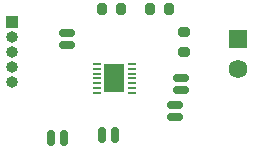
<source format=gbr>
%TF.GenerationSoftware,KiCad,Pcbnew,7.0.10*%
%TF.CreationDate,2024-05-03T14:58:40-07:00*%
%TF.ProjectId,ECE_196_proj_shem,4543455f-3139-4365-9f70-726f6a5f7368,rev?*%
%TF.SameCoordinates,Original*%
%TF.FileFunction,Soldermask,Top*%
%TF.FilePolarity,Negative*%
%FSLAX46Y46*%
G04 Gerber Fmt 4.6, Leading zero omitted, Abs format (unit mm)*
G04 Created by KiCad (PCBNEW 7.0.10) date 2024-05-03 14:58:40*
%MOMM*%
%LPD*%
G01*
G04 APERTURE LIST*
G04 Aperture macros list*
%AMRoundRect*
0 Rectangle with rounded corners*
0 $1 Rounding radius*
0 $2 $3 $4 $5 $6 $7 $8 $9 X,Y pos of 4 corners*
0 Add a 4 corners polygon primitive as box body*
4,1,4,$2,$3,$4,$5,$6,$7,$8,$9,$2,$3,0*
0 Add four circle primitives for the rounded corners*
1,1,$1+$1,$2,$3*
1,1,$1+$1,$4,$5*
1,1,$1+$1,$6,$7*
1,1,$1+$1,$8,$9*
0 Add four rect primitives between the rounded corners*
20,1,$1+$1,$2,$3,$4,$5,0*
20,1,$1+$1,$4,$5,$6,$7,0*
20,1,$1+$1,$6,$7,$8,$9,0*
20,1,$1+$1,$8,$9,$2,$3,0*%
G04 Aperture macros list end*
%ADD10RoundRect,0.200000X-0.200000X-0.275000X0.200000X-0.275000X0.200000X0.275000X-0.200000X0.275000X0*%
%ADD11R,0.700000X0.250000*%
%ADD12R,1.780000X2.350000*%
%ADD13RoundRect,0.200000X-0.275000X0.200000X-0.275000X-0.200000X0.275000X-0.200000X0.275000X0.200000X0*%
%ADD14RoundRect,0.165000X0.165000X0.475000X-0.165000X0.475000X-0.165000X-0.475000X0.165000X-0.475000X0*%
%ADD15RoundRect,0.165000X-0.475000X0.165000X-0.475000X-0.165000X0.475000X-0.165000X0.475000X0.165000X0*%
%ADD16RoundRect,0.165000X-0.165000X-0.475000X0.165000X-0.475000X0.165000X0.475000X-0.165000X0.475000X0*%
%ADD17RoundRect,0.102000X0.689000X0.689000X-0.689000X0.689000X-0.689000X-0.689000X0.689000X-0.689000X0*%
%ADD18C,1.582000*%
%ADD19R,1.000000X1.000000*%
%ADD20O,1.000000X1.000000*%
%ADD21RoundRect,0.165000X0.475000X-0.165000X0.475000X0.165000X-0.475000X0.165000X-0.475000X-0.165000X0*%
G04 APERTURE END LIST*
D10*
%TO.C,R4*%
X151829000Y-85090000D03*
X153479000Y-85090000D03*
%TD*%
D11*
%TO.C,U1*%
X151395000Y-89777500D03*
X151395000Y-90177500D03*
X151395000Y-90577500D03*
X151395000Y-90977500D03*
X151395000Y-91377500D03*
X151395000Y-91777500D03*
X151395000Y-92177500D03*
X154345000Y-92177500D03*
X154345000Y-91777500D03*
X154345000Y-91377500D03*
X154345000Y-90977500D03*
X154345000Y-90577500D03*
X154345000Y-90177500D03*
X154345000Y-89777500D03*
D12*
X152870000Y-90977500D03*
%TD*%
D13*
%TO.C,R1*%
X158750000Y-87059000D03*
X158750000Y-88709000D03*
%TD*%
D14*
%TO.C,C2*%
X148622000Y-96012000D03*
X147542000Y-96012000D03*
%TD*%
D15*
%TO.C,C5*%
X157988000Y-93186000D03*
X157988000Y-94266000D03*
%TD*%
D10*
%TO.C,R2*%
X155893000Y-85090000D03*
X157543000Y-85090000D03*
%TD*%
D16*
%TO.C,C4*%
X151860000Y-95758000D03*
X152940000Y-95758000D03*
%TD*%
D17*
%TO.C,MK1*%
X163322000Y-87630000D03*
D18*
X163322000Y-90170000D03*
%TD*%
D19*
%TO.C,J1*%
X144210000Y-86230000D03*
D20*
X144210000Y-87500000D03*
X144210000Y-88770000D03*
X144210000Y-90040000D03*
X144210000Y-91310000D03*
%TD*%
D15*
%TO.C,C3*%
X158496000Y-90900000D03*
X158496000Y-91980000D03*
%TD*%
D21*
%TO.C,C1*%
X148844000Y-88170000D03*
X148844000Y-87090000D03*
%TD*%
M02*

</source>
